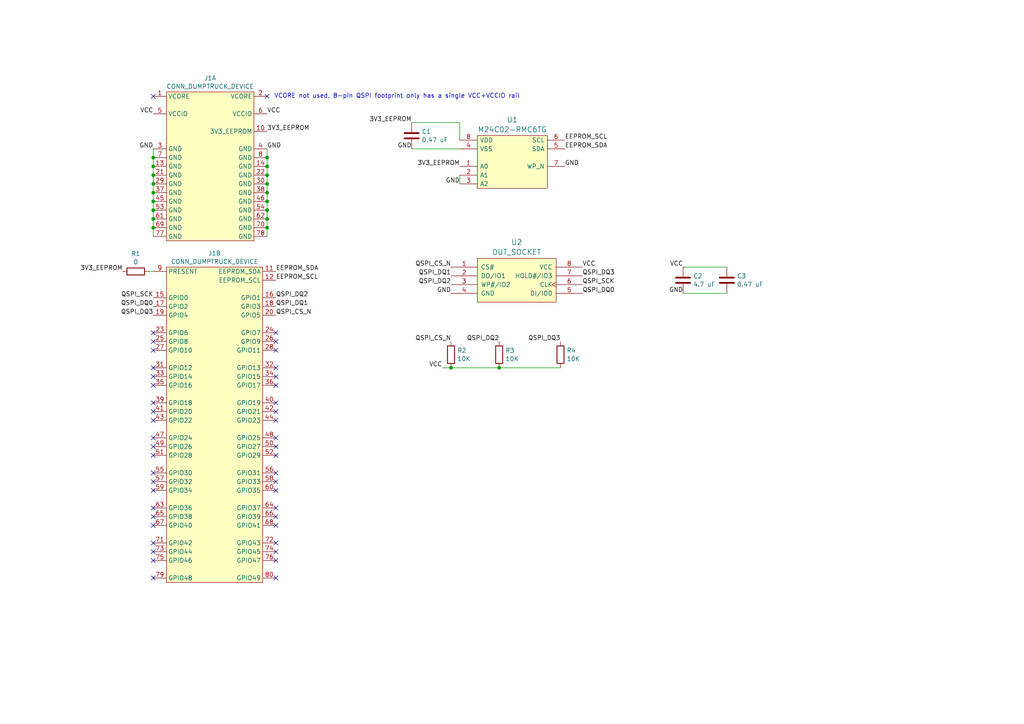
<source format=kicad_sch>
(kicad_sch (version 20231120) (generator "eeschema") (generator_version "8.0")
  (paper "A4")
  (lib_symbols
    (symbol "device:C" (pin_numbers hide) (pin_names (offset 0.254))
      (property "Reference" "C" (at 0.635 2.54 0))
      (property "Value" "C" (at 0.635 -2.54 0))
      (symbol "C_0_1"
        (polyline (pts (xy -2.032 -0.762) (xy 2.032 -0.762)) (stroke (width 0.508)))
        (polyline (pts (xy -2.032 0.762) (xy 2.032 0.762)) (stroke (width 0.508)))
      )
      (symbol "C_1_1"
        (pin passive line (at 0 3.81 270) (length 2.794) (name "~") (number "1"))
        (pin passive line (at 0 -3.81 90) (length 2.794) (name "~") (number "2"))
      )
    )
    (symbol "device:R" (pin_numbers hide) (pin_names (offset 0))
      (property "Reference" "R" (at 2.032 0 90))
      (property "Value" "R" (at 0 0 90))
      (symbol "R_0_1"
        (rectangle (start -1.016 -2.54) (end 1.016 2.54) (stroke (width 0.254)))
      )
      (symbol "R_1_1"
        (pin passive line (at 0 3.81 270) (length 1.27) (name "~") (number "1"))
        (pin passive line (at 0 -3.81 90) (length 1.27) (name "~") (number "2"))
      )
    )
    (symbol "memory-azonenberg:24Cxx-DFN8" (pin_names (offset 0.762))
      (property "Reference" "U" (at 13.97 16.51 0))
      (property "Value" "24Cxx-DFN8" (at 17.78 -1.27 0))
      (symbol "24Cxx-DFN8_1_1"
        (rectangle (start 0 0) (end 20.32 15.24) (fill (type background)))
        (pin input line (at -5.08 6.35 0) (length 5.08) (name "A0") (number "1"))
        (pin input line (at -5.08 3.81 0) (length 5.08) (name "A1") (number "2"))
        (pin input line (at -5.08 1.27 0) (length 5.08) (name "A2") (number "3"))
        (pin power_in line (at -5.08 11.43 0) (length 5.08) (name "VSS") (number "4"))
        (pin bidirectional line (at 25.4 11.43 180) (length 5.08) (name "SDA") (number "5"))
        (pin input line (at 25.4 13.97 180) (length 5.08) (name "SCL") (number "6"))
        (pin input line (at 25.4 6.35 180) (length 5.08) (name "WP_N") (number "7"))
        (pin power_in line (at -5.08 13.97 0) (length 5.08) (name "VDD") (number "8"))
      )
    )
    (symbol "memory-azonenberg:W25Q80BV" (pin_names (offset 1.016))
      (property "Reference" "U" (at 0 -1.27 0))
      (property "Value" "W25Q80BV" (at 0 -3.81 0))
      (symbol "W25Q80BV_0_1"
        (rectangle (start -11.43 12.7) (end 11.43 0) (fill (type background)))
      )
      (symbol "W25Q80BV_1_1"
        (pin input line (at -19.05 10.16 0) (length 7.62) (name "CS#") (number "1"))
        (pin bidirectional line (at -19.05 7.62 0) (length 7.62) (name "DO/IO1") (number "2"))
        (pin bidirectional line (at -19.05 5.08 0) (length 7.62) (name "WP#/IO2") (number "3"))
        (pin power_in line (at -19.05 2.54 0) (length 7.62) (name "GND") (number "4"))
        (pin bidirectional line (at 19.05 2.54 180) (length 7.62) (name "DI/IO0") (number "5"))
        (pin input clock (at 19.05 5.08 180) (length 7.62) (name "CLK") (number "6"))
        (pin bidirectional line (at 19.05 7.62 180) (length 7.62) (name "HOLD#/IO3") (number "7"))
        (pin power_in line (at 19.05 10.16 180) (length 7.62) (name "VCC") (number "8"))
      )
    )
    (symbol "special-azonenberg:CONN_DUMPTRUCK_DEVICE"
      (property "Reference" "J" (at 0 -3.048 0))
      (property "Value" "CONN_DUMPTRUCK_DEVICE" (at -0.508 -5.334 0))
      (symbol "CONN_DUMPTRUCK_DEVICE_1_1"
        (rectangle (start 0 43.18) (end 25.4 0) (fill (type background)))
        (pin power_in line (at -3.81 41.91 0) (length 3.81) (name "VCORE") (number "1"))
        (pin power_out line (at 29.21 31.75 180) (length 3.81) (name "3V3_EEPROM") (number "10"))
        (pin power_in line (at -3.81 21.59 0) (length 3.81) (name "GND") (number "13"))
        (pin power_in line (at 29.21 21.59 180) (length 3.81) (name "GND") (number "14"))
        (pin power_out line (at 29.21 41.91 180) (length 3.81) (name "VCORE") (number "2"))
        (pin power_in line (at -3.81 19.05 0) (length 3.81) (name "GND") (number "21"))
        (pin power_in line (at 29.21 19.05 180) (length 3.81) (name "GND") (number "22"))
        (pin power_in line (at -3.81 16.51 0) (length 3.81) (name "GND") (number "29"))
        (pin power_in line (at -3.81 26.67 0) (length 3.81) (name "GND") (number "3"))
        (pin power_in line (at 29.21 16.51 180) (length 3.81) (name "GND") (number "30"))
        (pin power_in line (at -3.81 13.97 0) (length 3.81) (name "GND") (number "37"))
        (pin power_in line (at 29.21 13.97 180) (length 3.81) (name "GND") (number "38"))
        (pin power_out line (at 29.21 26.67 180) (length 3.81) (name "GND") (number "4"))
        (pin power_in line (at -3.81 11.43 0) (length 3.81) (name "GND") (number "45"))
        (pin power_in line (at 29.21 11.43 180) (length 3.81) (name "GND") (number "46"))
        (pin power_in line (at -3.81 36.83 0) (length 3.81) (name "VCCIO") (number "5"))
        (pin power_in line (at -3.81 8.89 0) (length 3.81) (name "GND") (number "53"))
        (pin power_in line (at 29.21 8.89 180) (length 3.81) (name "GND") (number "54"))
        (pin power_out line (at 29.21 36.83 180) (length 3.81) (name "VCCIO") (number "6"))
        (pin power_in line (at -3.81 6.35 0) (length 3.81) (name "GND") (number "61"))
        (pin power_in line (at 29.21 6.35 180) (length 3.81) (name "GND") (number "62"))
        (pin power_in line (at -3.81 3.81 0) (length 3.81) (name "GND") (number "69"))
        (pin power_in line (at -3.81 24.13 0) (length 3.81) (name "GND") (number "7"))
        (pin power_in line (at 29.21 3.81 180) (length 3.81) (name "GND") (number "70"))
        (pin power_in line (at -3.81 1.27 0) (length 3.81) (name "GND") (number "77"))
        (pin power_in line (at 29.21 1.27 180) (length 3.81) (name "GND") (number "78"))
        (pin power_in line (at 29.21 24.13 180) (length 3.81) (name "GND") (number "8"))
      )
      (symbol "CONN_DUMPTRUCK_DEVICE_2_1"
        (rectangle (start 0 91.44) (end 27.94 0) (fill (type background)))
        (pin bidirectional line (at 31.75 90.17 180) (length 3.81) (name "EEPROM_SDA") (number "11"))
        (pin bidirectional line (at 31.75 87.63 180) (length 3.81) (name "EEPROM_SCL") (number "12"))
        (pin bidirectional line (at -3.81 82.55 0) (length 3.81) (name "GPIO0") (number "15"))
        (pin bidirectional line (at 31.75 82.55 180) (length 3.81) (name "GPIO1") (number "16"))
        (pin bidirectional line (at -3.81 80.01 0) (length 3.81) (name "GPIO2") (number "17"))
        (pin bidirectional line (at 31.75 80.01 180) (length 3.81) (name "GPIO3") (number "18"))
        (pin bidirectional line (at -3.81 77.47 0) (length 3.81) (name "GPIO4") (number "19"))
        (pin bidirectional line (at 31.75 77.47 180) (length 3.81) (name "GPIO5") (number "20"))
        (pin bidirectional line (at -3.81 72.39 0) (length 3.81) (name "GPIO6") (number "23"))
        (pin bidirectional line (at 31.75 72.39 180) (length 3.81) (name "GPIO7") (number "24"))
        (pin bidirectional line (at -3.81 69.85 0) (length 3.81) (name "GPIO8") (number "25"))
        (pin bidirectional line (at 31.75 69.85 180) (length 3.81) (name "GPIO9") (number "26"))
        (pin bidirectional line (at -3.81 67.31 0) (length 3.81) (name "GPIO10") (number "27"))
        (pin bidirectional line (at 31.75 67.31 180) (length 3.81) (name "GPIO11") (number "28"))
        (pin bidirectional line (at -3.81 62.23 0) (length 3.81) (name "GPIO12") (number "31"))
        (pin bidirectional line (at 31.75 62.23 180) (length 3.81) (name "GPIO13") (number "32"))
        (pin bidirectional line (at -3.81 59.69 0) (length 3.81) (name "GPIO14") (number "33"))
        (pin bidirectional line (at 31.75 59.69 180) (length 3.81) (name "GPIO15") (number "34"))
        (pin bidirectional line (at -3.81 57.15 0) (length 3.81) (name "GPIO16") (number "35"))
        (pin bidirectional line (at 31.75 57.15 180) (length 3.81) (name "GPIO17") (number "36"))
        (pin bidirectional line (at -3.81 52.07 0) (length 3.81) (name "GPIO18") (number "39"))
        (pin bidirectional line (at 31.75 52.07 180) (length 3.81) (name "GPIO19") (number "40"))
        (pin bidirectional line (at -3.81 49.53 0) (length 3.81) (name "GPIO20") (number "41"))
        (pin bidirectional line (at 31.75 49.53 180) (length 3.81) (name "GPIO21") (number "42"))
        (pin bidirectional line (at -3.81 46.99 0) (length 3.81) (name "GPIO22") (number "43"))
        (pin bidirectional line (at 31.75 46.99 180) (length 3.81) (name "GPIO23") (number "44"))
        (pin bidirectional line (at -3.81 41.91 0) (length 3.81) (name "GPIO24") (number "47"))
        (pin bidirectional line (at 31.75 41.91 180) (length 3.81) (name "GPIO25") (number "48"))
        (pin bidirectional line (at -3.81 39.37 0) (length 3.81) (name "GPIO26") (number "49"))
        (pin bidirectional line (at 31.75 39.37 180) (length 3.81) (name "GPIO27") (number "50"))
        (pin bidirectional line (at -3.81 36.83 0) (length 3.81) (name "GPIO28") (number "51"))
        (pin bidirectional line (at 31.75 36.83 180) (length 3.81) (name "GPIO29") (number "52"))
        (pin bidirectional line (at -3.81 31.75 0) (length 3.81) (name "GPIO30") (number "55"))
        (pin bidirectional line (at 31.75 31.75 180) (length 3.81) (name "GPIO31") (number "56"))
        (pin bidirectional line (at -3.81 29.21 0) (length 3.81) (name "GPIO32") (number "57"))
        (pin bidirectional line (at 31.75 29.21 180) (length 3.81) (name "GPIO33") (number "58"))
        (pin bidirectional line (at -3.81 26.67 0) (length 3.81) (name "GPIO34") (number "59"))
        (pin bidirectional line (at 31.75 26.67 180) (length 3.81) (name "GPIO35") (number "60"))
        (pin bidirectional line (at -3.81 21.59 0) (length 3.81) (name "GPIO36") (number "63"))
        (pin bidirectional line (at 31.75 21.59 180) (length 3.81) (name "GPIO37") (number "64"))
        (pin bidirectional line (at -3.81 19.05 0) (length 3.81) (name "GPIO38") (number "65"))
        (pin bidirectional line (at 31.75 19.05 180) (length 3.81) (name "GPIO39") (number "66"))
        (pin bidirectional line (at -3.81 16.51 0) (length 3.81) (name "GPIO40") (number "67"))
        (pin bidirectional line (at 31.75 16.51 180) (length 3.81) (name "GPIO41") (number "68"))
        (pin bidirectional line (at -3.81 11.43 0) (length 3.81) (name "GPIO42") (number "71"))
        (pin bidirectional line (at 31.75 11.43 180) (length 3.81) (name "GPIO43") (number "72"))
        (pin bidirectional line (at -3.81 8.89 0) (length 3.81) (name "GPIO44") (number "73"))
        (pin bidirectional line (at 31.75 8.89 180) (length 3.81) (name "GPIO45") (number "74"))
        (pin bidirectional line (at -3.81 6.35 0) (length 3.81) (name "GPIO46") (number "75"))
        (pin bidirectional line (at 31.75 6.35 180) (length 3.81) (name "GPIO47") (number "76"))
        (pin bidirectional line (at -3.81 1.27 0) (length 3.81) (name "GPIO48") (number "79"))
        (pin bidirectional line (at 31.75 1.27 180) (length 3.81) (name "GPIO49") (number "80"))
        (pin bidirectional line (at -3.81 90.17 0) (length 3.81) (name "PRESENT") (number "9"))
      )
    )
  )
  (junction (at 44.45 58.42))
  (junction (at 77.47 45.72))
  (junction (at 44.45 53.34))
  (junction (at 44.45 45.72))
  (junction (at 44.45 48.26))
  (junction (at 77.47 58.42))
  (junction (at 44.45 60.96))
  (junction (at 44.45 50.8))
  (junction (at 77.47 66.04))
  (junction (at 44.45 55.88))
  (junction (at 44.45 66.04))
  (junction (at 77.47 60.96))
  (junction (at 77.47 50.8))
  (junction (at 144.78 106.68))
  (junction (at 130.81 106.68))
  (junction (at 77.47 63.5))
  (junction (at 44.45 63.5))
  (junction (at 77.47 48.26))
  (junction (at 77.47 53.34))
  (junction (at 77.47 55.88))
  (no_connect (at 80.01 96.52))
  (no_connect (at 80.01 137.16))
  (no_connect (at 44.45 129.54))
  (no_connect (at 80.01 111.76))
  (no_connect (at 44.45 101.6))
  (no_connect (at 80.01 119.38))
  (no_connect (at 44.45 149.86))
  (no_connect (at 44.45 157.48))
  (no_connect (at 44.45 27.94))
  (no_connect (at 44.45 127))
  (no_connect (at 80.01 147.32))
  (no_connect (at 80.01 101.6))
  (no_connect (at 44.45 119.38))
  (no_connect (at 80.01 132.08))
  (no_connect (at 44.45 167.64))
  (no_connect (at 80.01 121.92))
  (no_connect (at 44.45 99.06))
  (no_connect (at 44.45 121.92))
  (no_connect (at 44.45 116.84))
  (no_connect (at 80.01 139.7))
  (no_connect (at 44.45 147.32))
  (no_connect (at 80.01 106.68))
  (no_connect (at 80.01 129.54))
  (no_connect (at 44.45 142.24))
  (no_connect (at 44.45 96.52))
  (no_connect (at 44.45 162.56))
  (no_connect (at 44.45 160.02))
  (no_connect (at 77.47 27.94))
  (no_connect (at 80.01 167.64))
  (no_connect (at 44.45 111.76))
  (no_connect (at 44.45 109.22))
  (no_connect (at 80.01 149.86))
  (no_connect (at 80.01 152.4))
  (no_connect (at 44.45 139.7))
  (no_connect (at 80.01 127))
  (no_connect (at 80.01 160.02))
  (no_connect (at 80.01 142.24))
  (no_connect (at 44.45 132.08))
  (no_connect (at 80.01 99.06))
  (no_connect (at 80.01 116.84))
  (no_connect (at 80.01 109.22))
  (no_connect (at 80.01 157.48))
  (no_connect (at 80.01 162.56))
  (no_connect (at 44.45 137.16))
  (no_connect (at 44.45 152.4))
  (no_connect (at 44.45 106.68))
  (wire (pts (xy 133.35 50.8) (xy 133.35 53.34)))
  (wire (pts (xy 128.27 106.68) (xy 130.81 106.68)))
  (wire (pts (xy 198.12 77.47) (xy 210.82 77.47)))
  (wire (pts (xy 77.47 66.04) (xy 77.47 68.58)))
  (wire (pts (xy 77.47 55.88) (xy 77.47 58.42)))
  (wire (pts (xy 44.45 60.96) (xy 44.45 63.5)))
  (wire (pts (xy 44.45 66.04) (xy 44.45 68.58)))
  (wire (pts (xy 77.47 63.5) (xy 77.47 66.04)))
  (wire (pts (xy 119.38 35.56) (xy 133.35 35.56)))
  (wire (pts (xy 130.81 106.68) (xy 144.78 106.68)))
  (wire (pts (xy 77.47 53.34) (xy 77.47 55.88)))
  (wire (pts (xy 77.47 50.8) (xy 77.47 53.34)))
  (wire (pts (xy 77.47 43.18) (xy 77.47 45.72)))
  (wire (pts (xy 44.45 45.72) (xy 44.45 48.26)))
  (wire (pts (xy 77.47 48.26) (xy 77.47 50.8)))
  (wire (pts (xy 44.45 58.42) (xy 44.45 60.96)))
  (wire (pts (xy 77.47 58.42) (xy 77.47 60.96)))
  (wire (pts (xy 44.45 55.88) (xy 44.45 58.42)))
  (wire (pts (xy 44.45 63.5) (xy 44.45 66.04)))
  (wire (pts (xy 133.35 35.56) (xy 133.35 40.64)))
  (wire (pts (xy 198.12 85.09) (xy 210.82 85.09)))
  (wire (pts (xy 44.45 50.8) (xy 44.45 53.34)))
  (wire (pts (xy 119.38 43.18) (xy 133.35 43.18)))
  (wire (pts (xy 44.45 53.34) (xy 44.45 55.88)))
  (wire (pts (xy 144.78 106.68) (xy 162.56 106.68)))
  (wire (pts (xy 44.45 48.26) (xy 44.45 50.8)))
  (wire (pts (xy 44.45 43.18) (xy 44.45 45.72)))
  (wire (pts (xy 77.47 60.96) (xy 77.47 63.5)))
  (wire (pts (xy 43.18 78.74) (xy 44.45 78.74)))
  (wire (pts (xy 77.47 45.72) (xy 77.47 48.26)))
  (text "VCORE not used, 8-pin QSPI footprint only has a single VCC+VCCIO rail" (at 79.502 27.94 0) (effects (font (size 1.27 1.27)) (justify left)))
  (label "3V3_EEPROM" (at 133.35 48.26 180))
  (label "GND" (at 77.47 43.18 0))
  (label "3V3_EEPROM" (at 35.56 78.74 180))
  (label "EEPROM_SDA" (at 163.83 43.18 0))
  (label "GND" (at 119.38 43.18 180))
  (label "GND" (at 198.12 85.09 180))
  (label "VCC" (at 77.47 33.02 0))
  (label "QSPI_SCK" (at 44.45 86.36 180))
  (label "VCC" (at 128.27 106.68 180))
  (label "QSPI_DQ1" (at 130.81 80.01 180))
  (label "VCC" (at 168.91 77.47 0))
  (label "GND" (at 163.83 48.26 0))
  (label "QSPI_DQ3" (at 162.56 99.06 180))
  (label "QSPI_DQ2" (at 80.01 86.36 0))
  (label "3V3_EEPROM" (at 77.47 38.1 0))
  (label "3V3_EEPROM" (at 119.38 35.56 180))
  (label "QSPI_DQ0" (at 168.91 85.09 0))
  (label "GND" (at 130.81 85.09 180))
  (label "GND" (at 44.45 43.18 180))
  (label "QSPI_CS_N" (at 130.81 77.47 180))
  (label "VCC" (at 44.45 33.02 180))
  (label "GND" (at 133.35 53.34 180))
  (label "QSPI_DQ1" (at 80.01 88.9 0))
  (label "QSPI_DQ2" (at 130.81 82.55 180))
  (label "QSPI_CS_N" (at 130.81 99.06 180))
  (label "EEPROM_SDA" (at 80.01 78.74 0))
  (label "QSPI_CS_N" (at 80.01 91.44 0))
  (label "QSPI_DQ0" (at 44.45 88.9 180))
  (label "QSPI_DQ3" (at 44.45 91.44 180))
  (label "QSPI_DQ3" (at 168.91 80.01 0))
  (label "EEPROM_SCL" (at 80.01 81.28 0))
  (label "QSPI_SCK" (at 168.91 82.55 0))
  (label "EEPROM_SCL" (at 163.83 40.64 0))
  (label "QSPI_DQ2" (at 144.78 99.06 180))
  (label "VCC" (at 198.12 77.47 180))
  (symbol (lib_id "device:R") (at 144.78 102.87 0) (unit 1)
    (property "Reference" "R3" (at 146.558 101.6578 0) (effects (justify left)))
    (property "Value" "10K" (at 146.558 104.0821 0) (effects (justify left)))
    (property "Footprint" "azonenberg_pcb:EIA_0402_RES_NOSILK" (effects (hide yes)))
    (property "Description" "Resistor" (effects (hide yes)))
  )
  (symbol (lib_id "device:R") (at 130.81 102.87 0) (unit 1)
    (property "Reference" "R2" (at 132.588 101.6578 0) (effects (justify left)))
    (property "Value" "10K" (at 132.588 104.0821 0) (effects (justify left)))
    (property "Footprint" "azonenberg_pcb:EIA_0402_RES_NOSILK" (effects (hide yes)))
    (property "Description" "Resistor" (effects (hide yes)))
  )
  (symbol (lib_id "device:R") (at 162.56 102.87 0) (unit 1)
    (property "Reference" "R4" (at 164.338 101.6578 0) (effects (justify left)))
    (property "Value" "10K" (at 164.338 104.0821 0) (effects (justify left)))
    (property "Footprint" "azonenberg_pcb:EIA_0402_RES_NOSILK" (effects (hide yes)))
    (property "Description" "Resistor" (effects (hide yes)))
  )
  (symbol (lib_id "device:C") (at 198.12 81.28 0) (unit 1)
    (property "Reference" "C2" (at 201.041 80.0678 0) (effects (justify left)))
    (property "Value" "4.7 uF" (at 201.041 82.4921 0) (effects (justify left)))
    (property "Footprint" "azonenberg_pcb:EIA_0603_CAP_NOSILK" (effects (hide yes)))
    (property "Description" "Unpolarized capacitor" (effects (hide yes)))
  )
  (symbol (lib_id "special-azonenberg:CONN_DUMPTRUCK_DEVICE") (at 48.26 168.91 0) (unit 2)
    (property "Reference" "J1" (at 62.23 73.4525 0))
    (property "Value" "CONN_DUMPTRUCK_DEVICE" (at 62.23 75.8768 0))
    (property "Footprint" "azonenberg_pcb:CONN_SAMTEC_BSE-040-01-L-D-A-TR" (effects (hide yes)))
  )
  (symbol (lib_id "memory-azonenberg:W25Q80BV") (at 149.86 87.63 0) (unit 1)
    (property "Reference" "U2" (at 149.86 70.2996 0) (effects (font (size 1.524 1.524))))
    (property "Value" "DUT_SOCKET" (at 149.86 73.1325 0) (effects (font (size 1.524 1.524))))
    (property "Footprint" "azonenberg_pcb:DFN_8_SOCKET_MOLDED_5x6MM" (effects (hide yes)))
  )
  (symbol (lib_id "memory-azonenberg:24Cxx-DFN8") (at 138.43 54.61 0) (unit 1)
    (property "Reference" "U1" (at 148.59 34.7396 0) (effects (font (size 1.524 1.524))))
    (property "Value" "M24C02-RMC6TG" (at 148.59 37.5725 0) (effects (font (size 1.524 1.524))))
    (property "Footprint" "azonenberg_pcb:DFN_8_0.5MM_2x3MM_TALL" (effects (hide yes)))
    (property "Description" "I2C Serial EEPROM with MAC address" (effects (hide yes)))
  )
  (symbol (lib_id "device:R") (at 39.37 78.74 90) (unit 1)
    (property "Reference" "R1" (at 39.37 73.5795 90))
    (property "Value" "0" (at 39.37 76.0038 90))
    (property "Footprint" "azonenberg_pcb:EIA_0402_RES_NOSILK" (effects (hide yes)))
    (property "Description" "Resistor" (effects (hide yes)))
  )
  (symbol (lib_id "device:C") (at 210.82 81.28 0) (unit 1)
    (property "Reference" "C3" (at 213.741 80.0678 0) (effects (justify left)))
    (property "Value" "0.47 uF" (at 213.741 82.4921 0) (effects (justify left)))
    (property "Footprint" "azonenberg_pcb:EIA_0402_CAP_NOSILK" (effects (hide yes)))
    (property "Description" "Unpolarized capacitor" (effects (hide yes)))
  )
  (symbol (lib_id "device:C") (at 119.38 39.37 0) (unit 1)
    (property "Reference" "C1" (at 122.301 38.1578 0) (effects (justify left)))
    (property "Value" "0.47 uF" (at 122.301 40.5821 0) (effects (justify left)))
    (property "Footprint" "azonenberg_pcb:EIA_0402_CAP_NOSILK" (effects (hide yes)))
    (property "Description" "Unpolarized capacitor" (effects (hide yes)))
  )
  (symbol (lib_id "special-azonenberg:CONN_DUMPTRUCK_DEVICE") (at 48.26 69.85 0) (unit 1)
    (property "Reference" "J1" (at 60.96 22.6525 0))
    (property "Value" "CONN_DUMPTRUCK_DEVICE" (at 60.96 25.0768 0))
    (property "Footprint" "azonenberg_pcb:CONN_SAMTEC_BSE-040-01-L-D-A-TR" (effects (hide yes)))
  )
)
</source>
